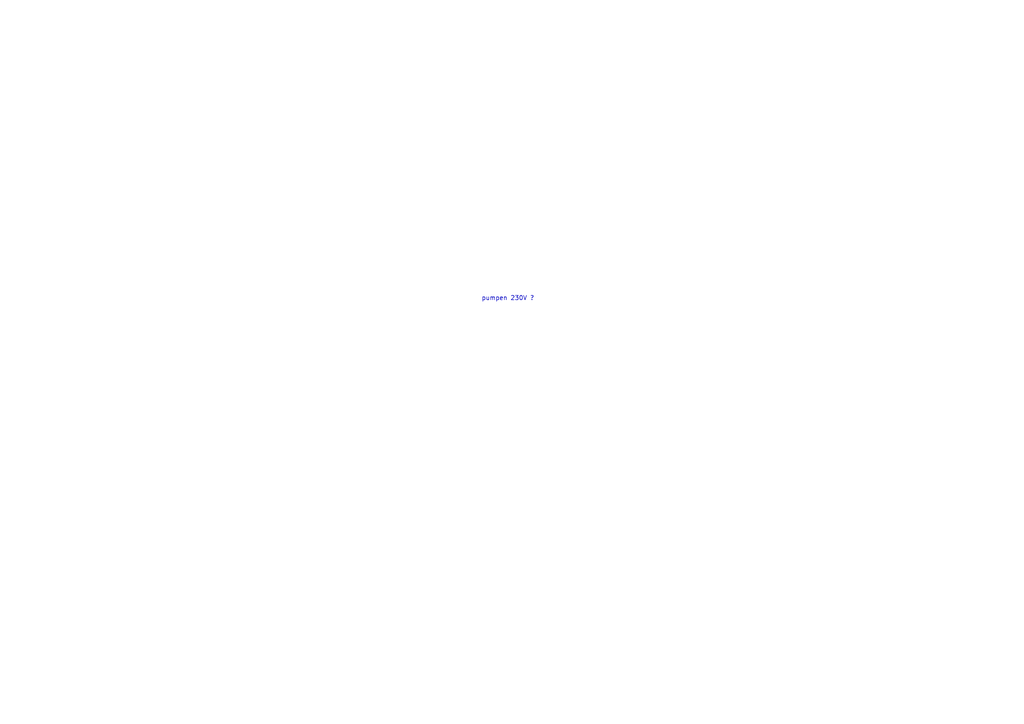
<source format=kicad_sch>
(kicad_sch
	(version 20231120)
	(generator "eeschema")
	(generator_version "8.0")
	(uuid "2c88bde3-b0da-4390-969a-d4dc6d69fe4f")
	(paper "A4")
	(lib_symbols)
	(text "pumpen 230V ?"
		(exclude_from_sim no)
		(at 147.32 86.614 0)
		(effects
			(font
				(size 1.27 1.27)
			)
		)
		(uuid "6396c680-bd0b-47bb-a664-37ba062b8926")
	)
)

</source>
